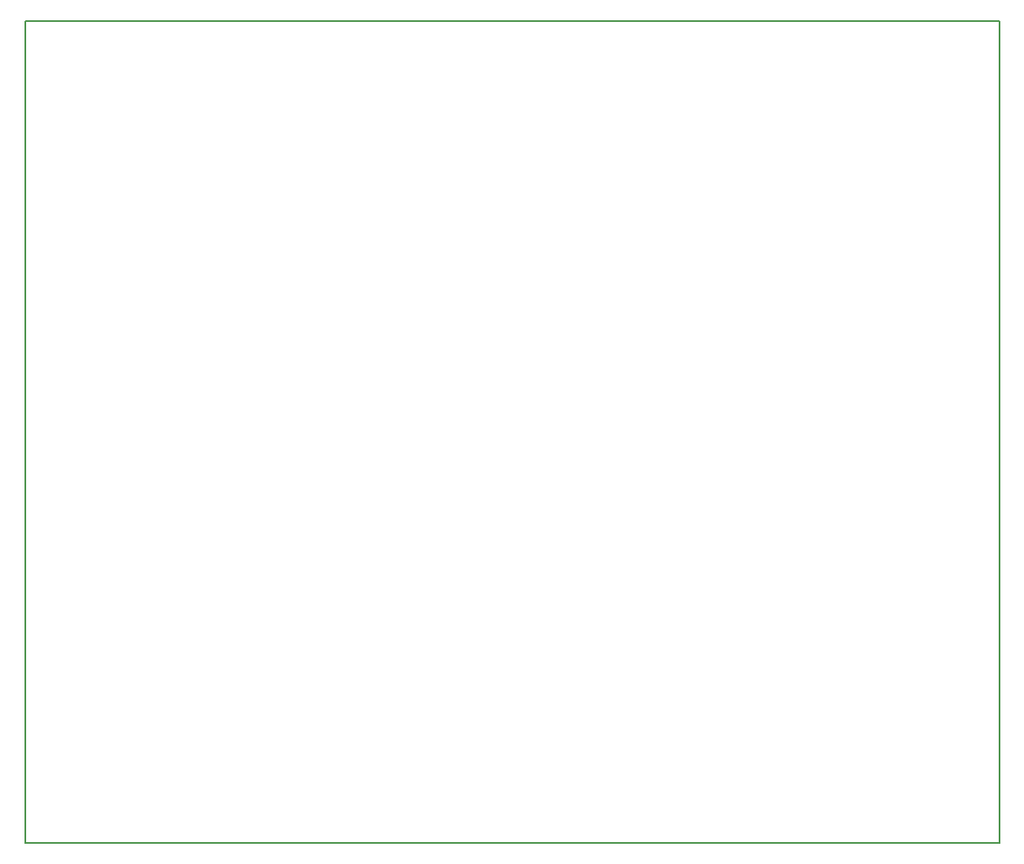
<source format=gbr>
G04 #@! TF.FileFunction,Profile,NP*
%FSLAX46Y46*%
G04 Gerber Fmt 4.6, Leading zero omitted, Abs format (unit mm)*
G04 Created by KiCad (PCBNEW 4.0.7) date Mon Sep 25 09:44:11 2017*
%MOMM*%
%LPD*%
G01*
G04 APERTURE LIST*
%ADD10C,0.100000*%
%ADD11C,0.150000*%
G04 APERTURE END LIST*
D10*
D11*
X20320000Y-99060000D02*
X118110000Y-99060000D01*
X118110000Y-16510000D02*
X20320000Y-16510000D01*
X118110000Y-16510000D02*
X118110000Y-99060000D01*
X20320000Y-99060000D02*
X20320000Y-16510000D01*
X20320000Y-99060000D02*
X20320000Y-16510000D01*
M02*

</source>
